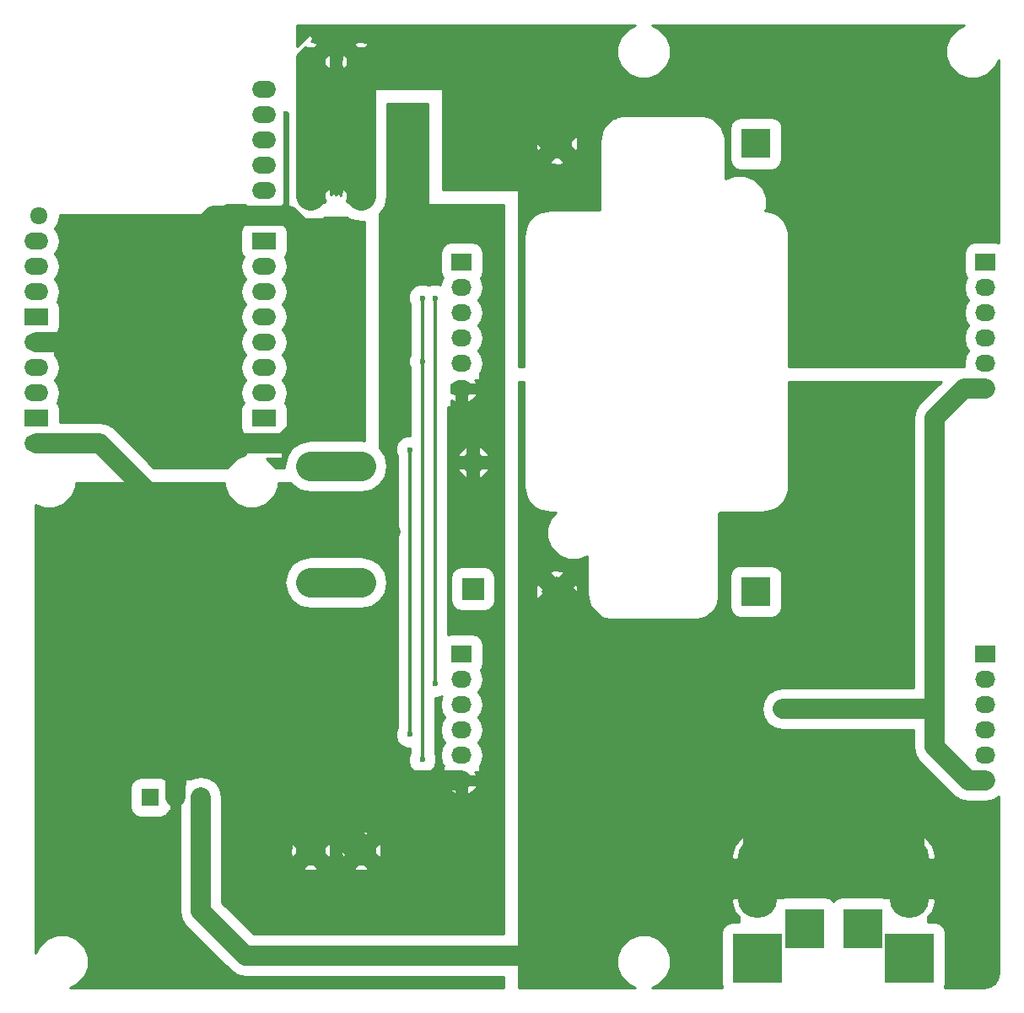
<source format=gbl>
G04 #@! TF.FileFunction,Copper,L2,Bot,Signal*
%FSLAX46Y46*%
G04 Gerber Fmt 4.6, Leading zero omitted, Abs format (unit mm)*
G04 Created by KiCad (PCBNEW 4.0.4-stable) date 12/14/17 11:03:47*
%MOMM*%
%LPD*%
G01*
G04 APERTURE LIST*
%ADD10C,0.250000*%
%ADD11R,2.400000X1.700000*%
%ADD12O,2.400000X1.700000*%
%ADD13O,1.800000X1.700000*%
%ADD14C,3.000000*%
%ADD15R,3.000000X3.000000*%
%ADD16R,2.200000X2.200000*%
%ADD17O,2.200000X2.200000*%
%ADD18O,4.000000X8.000000*%
%ADD19R,5.000000X5.000000*%
%ADD20R,4.000000X4.000000*%
%ADD21O,2.032000X1.727200*%
%ADD22R,2.032000X1.727200*%
%ADD23C,2.800000*%
%ADD24R,1.800000X1.800000*%
%ADD25O,1.800000X1.800000*%
%ADD26C,0.600000*%
%ADD27C,2.000000*%
%ADD28C,3.000000*%
%ADD29C,0.900000*%
%ADD30C,0.300000*%
%ADD31C,0.600000*%
%ADD32C,0.254000*%
G04 APERTURE END LIST*
D10*
D11*
X97790000Y-104140000D03*
D12*
X97790000Y-101600000D03*
X97790000Y-99060000D03*
X97790000Y-96520000D03*
X97790000Y-93980000D03*
D13*
X75180000Y-83820000D03*
D12*
X97790000Y-91440000D03*
X74930000Y-86360000D03*
X97790000Y-88900000D03*
X74930000Y-88900000D03*
D11*
X97790000Y-86360000D03*
D12*
X74930000Y-91440000D03*
X97790000Y-83820000D03*
D11*
X74930000Y-93980000D03*
D12*
X97790000Y-81280000D03*
X74930000Y-96520000D03*
X97790000Y-78740000D03*
X74930000Y-99060000D03*
X97790000Y-76200000D03*
X74930000Y-101600000D03*
X97790000Y-73660000D03*
D11*
X74930000Y-104140000D03*
D12*
X97790000Y-71120000D03*
X74930000Y-106680000D03*
X97790000Y-106680000D03*
D14*
X127160000Y-121560000D03*
D15*
X147160000Y-121560000D03*
X147160000Y-76560000D03*
D14*
X127160000Y-76560000D03*
D16*
X118745000Y-121285000D03*
D17*
X118745000Y-108585000D03*
D18*
X162560000Y-150400000D03*
D19*
X162560000Y-158400000D03*
D20*
X157860000Y-155400000D03*
D21*
X117625000Y-101175000D03*
X117625000Y-98635000D03*
X117625000Y-96095000D03*
X117625000Y-93555000D03*
X117625000Y-91015000D03*
D22*
X117625000Y-88475000D03*
D23*
X102455980Y-68336160D03*
X107535980Y-68336160D03*
X102453440Y-81798160D03*
X107533440Y-81798160D03*
X102453440Y-108976160D03*
X107533440Y-108976160D03*
X102453440Y-120660160D03*
X107533440Y-120660160D03*
X102453440Y-147584160D03*
X107533440Y-147584160D03*
D21*
X117625000Y-140550000D03*
X117625000Y-138010000D03*
X117625000Y-135470000D03*
X117625000Y-132930000D03*
X117625000Y-130390000D03*
D22*
X117625000Y-127850000D03*
D21*
X170200000Y-101175000D03*
X170200000Y-98635000D03*
X170200000Y-96095000D03*
X170200000Y-93555000D03*
X170200000Y-91015000D03*
D22*
X170200000Y-88475000D03*
D21*
X170200000Y-140525000D03*
X170200000Y-137985000D03*
X170200000Y-135445000D03*
X170200000Y-132905000D03*
X170200000Y-130365000D03*
D22*
X170200000Y-127825000D03*
D24*
X86360000Y-142240000D03*
D25*
X88900000Y-142240000D03*
X91440000Y-142240000D03*
D18*
X147320000Y-150400000D03*
D19*
X147320000Y-158400000D03*
D20*
X152020000Y-155400000D03*
D26*
X149860000Y-133350000D03*
X110490000Y-115570000D03*
X110490000Y-73406000D03*
X110490000Y-100076000D03*
X110490000Y-93726000D03*
X110490000Y-87376000D03*
X113665000Y-98425000D03*
X113665000Y-138430000D03*
X113665000Y-92075000D03*
X114935000Y-130810000D03*
X114935000Y-92075000D03*
X106934000Y-86614000D03*
X102870000Y-98679000D03*
X102870000Y-92202000D03*
X99949000Y-73533000D03*
X112395000Y-135890000D03*
X112395000Y-107315000D03*
D27*
X149860000Y-133350000D02*
X165100000Y-133350000D01*
X170200000Y-101175000D02*
X168065000Y-101175000D01*
X168065000Y-101175000D02*
X165100000Y-104140000D01*
X165100000Y-104140000D02*
X165100000Y-133350000D01*
X168465000Y-140525000D02*
X170200000Y-140525000D01*
X165100000Y-133350000D02*
X165100000Y-137160000D01*
X165100000Y-137160000D02*
X168465000Y-140525000D01*
D28*
X98742500Y-140652500D02*
X100601780Y-140652500D01*
X100601780Y-140652500D02*
X107533440Y-147584160D01*
X102453440Y-147584160D02*
X102453440Y-144363440D01*
X102453440Y-144363440D02*
X98742500Y-140652500D01*
X98742500Y-140652500D02*
X88900000Y-130810000D01*
D27*
X117625000Y-140550000D02*
X98640000Y-140550000D01*
X98640000Y-140550000D02*
X88900000Y-130810000D01*
X88900000Y-116840000D02*
X88900000Y-114300000D01*
X88900000Y-142240000D02*
X88900000Y-130810000D01*
X88900000Y-130810000D02*
X88900000Y-116840000D01*
X88900000Y-116840000D02*
X90170000Y-115570000D01*
X110490000Y-115570000D02*
X90170000Y-115570000D01*
X81280000Y-106680000D02*
X74930000Y-106680000D01*
X88900000Y-114300000D02*
X81280000Y-106680000D01*
X90170000Y-115570000D02*
X88900000Y-114300000D01*
D29*
X110490000Y-104140000D02*
X110490000Y-115570000D01*
X110490000Y-104140000D02*
X110490000Y-100076000D01*
X110490000Y-100076000D02*
X110490000Y-93726000D01*
X110490000Y-93726000D02*
X110490000Y-87376000D01*
X110490000Y-87376000D02*
X110490000Y-73406000D01*
D28*
X102453440Y-108976160D02*
X107533440Y-108976160D01*
X102453440Y-120660160D02*
X107533440Y-120660160D01*
D29*
X107533440Y-108976160D02*
X107706160Y-108976160D01*
D27*
X127160000Y-121560000D02*
X127160000Y-155415000D01*
X91440000Y-153670000D02*
X91440000Y-142240000D01*
X95885000Y-158115000D02*
X91440000Y-153670000D01*
X124460000Y-158115000D02*
X95885000Y-158115000D01*
X127160000Y-155415000D02*
X124460000Y-158115000D01*
D28*
X152400000Y-139700000D02*
X152400000Y-144780000D01*
X162560000Y-152400000D02*
X162560000Y-149860000D01*
X162560000Y-149860000D02*
X157480000Y-144780000D01*
X157480000Y-144780000D02*
X152400000Y-144780000D01*
X152400000Y-144780000D02*
X147320000Y-149860000D01*
X147320000Y-149860000D02*
X147320000Y-152400000D01*
X147320000Y-152400000D02*
X147320000Y-139700000D01*
X162560000Y-152400000D02*
X162560000Y-144780000D01*
X162560000Y-144780000D02*
X157480000Y-139700000D01*
X157480000Y-139700000D02*
X152400000Y-139700000D01*
X152400000Y-139700000D02*
X147320000Y-139700000D01*
X145300000Y-139700000D02*
X127160000Y-121560000D01*
X147320000Y-139700000D02*
X145300000Y-139700000D01*
X118962500Y-68362500D02*
X124242500Y-68362500D01*
X127000000Y-71120000D02*
X127000000Y-76400000D01*
X124242500Y-68362500D02*
X127000000Y-71120000D01*
X127000000Y-76400000D02*
X127160000Y-76560000D01*
X127160000Y-76560000D02*
X118962500Y-68362500D01*
X118962500Y-68362500D02*
X118936160Y-68336160D01*
X118936160Y-68336160D02*
X107535980Y-68336160D01*
X107533440Y-81798160D02*
X107533440Y-68338700D01*
D27*
X107533440Y-68338700D02*
X107535980Y-68336160D01*
D28*
X102453440Y-81798160D02*
X102453440Y-68338700D01*
D27*
X102453440Y-68338700D02*
X102455980Y-68336160D01*
D30*
X113665000Y-92075000D02*
X113665000Y-98425000D01*
X113665000Y-98425000D02*
X113665000Y-138430000D01*
X114935000Y-92075000D02*
X114935000Y-130810000D01*
D27*
X80010000Y-96520000D02*
X90170000Y-106680000D01*
X90170000Y-106680000D02*
X97790000Y-106680000D01*
X74930000Y-96520000D02*
X80010000Y-96520000D01*
X92710000Y-83820000D02*
X97790000Y-83820000D01*
X80010000Y-96520000D02*
X92710000Y-83820000D01*
D30*
X105537000Y-86614000D02*
X105410000Y-86614000D01*
X105410000Y-86614000D02*
X105537000Y-86614000D01*
X106934000Y-86614000D02*
X105410000Y-86614000D01*
D29*
X105410000Y-86614000D02*
X105410000Y-86360000D01*
D27*
X97790000Y-106680000D02*
X99695000Y-106680000D01*
X105410000Y-104140000D02*
X105410000Y-98679000D01*
X104140000Y-105410000D02*
X105410000Y-104140000D01*
X100965000Y-105410000D02*
X104140000Y-105410000D01*
X99695000Y-106680000D02*
X100965000Y-105410000D01*
D30*
X102870000Y-98679000D02*
X105410000Y-98679000D01*
X105410000Y-98679000D02*
X105283000Y-98679000D01*
X105283000Y-98679000D02*
X105410000Y-98679000D01*
X102870000Y-92202000D02*
X105410000Y-92202000D01*
X105410000Y-92202000D02*
X105283000Y-92202000D01*
X105283000Y-92202000D02*
X105410000Y-92202000D01*
D31*
X99949000Y-73533000D02*
X99949000Y-83820000D01*
D30*
X99949000Y-83820000D02*
X100076000Y-83820000D01*
X100076000Y-83820000D02*
X99949000Y-83820000D01*
D27*
X105410000Y-98679000D02*
X105410000Y-92202000D01*
X105410000Y-92202000D02*
X105410000Y-86614000D01*
D29*
X105410000Y-86360000D02*
X105283000Y-86233000D01*
X100330000Y-83820000D02*
X99949000Y-83820000D01*
D27*
X105283000Y-86233000D02*
X104140000Y-85090000D01*
X104140000Y-85090000D02*
X101600000Y-85090000D01*
X101600000Y-85090000D02*
X100330000Y-83820000D01*
X99949000Y-83820000D02*
X97790000Y-83820000D01*
D30*
X112395000Y-107315000D02*
X112395000Y-135890000D01*
D32*
G36*
X95916998Y-82970000D02*
X96284928Y-82970000D01*
X96109367Y-83178951D01*
X96190026Y-83395000D01*
X97190000Y-83395000D01*
X97190000Y-83216340D01*
X97394411Y-83257000D01*
X98185589Y-83257000D01*
X98390000Y-83216340D01*
X98390000Y-83395000D01*
X99389974Y-83395000D01*
X99470633Y-83178951D01*
X99295072Y-82970000D01*
X99663002Y-82970000D01*
X99663002Y-82677000D01*
X100001252Y-82677000D01*
X100026408Y-82803469D01*
X100595870Y-83655730D01*
X101448131Y-84225192D01*
X102453440Y-84425160D01*
X103458749Y-84225192D01*
X103875093Y-83947000D01*
X106111787Y-83947000D01*
X106528131Y-84225192D01*
X107533440Y-84425160D01*
X107823000Y-84367563D01*
X107823000Y-106406757D01*
X107533440Y-106349160D01*
X102453440Y-106349160D01*
X101448131Y-106549128D01*
X100595870Y-107118590D01*
X100026408Y-107970851D01*
X99826440Y-108976160D01*
X99849681Y-109093000D01*
X98893389Y-109093000D01*
X98833186Y-108947297D01*
X98066738Y-108179510D01*
X98012528Y-108157000D01*
X99663002Y-108157000D01*
X99663002Y-107530000D01*
X99295072Y-107530000D01*
X99470633Y-107321049D01*
X99389974Y-107105000D01*
X98390000Y-107105000D01*
X98390000Y-107530000D01*
X97190000Y-107530000D01*
X97190000Y-107105000D01*
X96190026Y-107105000D01*
X96109367Y-107321049D01*
X96284928Y-107530000D01*
X95916998Y-107530000D01*
X95916998Y-107788538D01*
X94977297Y-108176814D01*
X94209510Y-108943262D01*
X94147333Y-109093000D01*
X86701032Y-109093000D01*
X82784016Y-105175984D01*
X82093968Y-104714908D01*
X81280000Y-104553000D01*
X77279079Y-104553000D01*
X77279079Y-103290000D01*
X77200494Y-102872359D01*
X77007676Y-102572710D01*
X77152099Y-102356565D01*
X77302589Y-101600000D01*
X77152099Y-100843435D01*
X76809033Y-100330000D01*
X77152099Y-99816565D01*
X77302589Y-99060000D01*
X77152099Y-98303435D01*
X76803002Y-97780975D01*
X76803002Y-97370000D01*
X76435072Y-97370000D01*
X76610633Y-97161049D01*
X76529974Y-96945000D01*
X75530000Y-96945000D01*
X75530000Y-97123660D01*
X75325589Y-97083000D01*
X74862000Y-97083000D01*
X74862000Y-95979079D01*
X75530000Y-95979079D01*
X75530000Y-96095000D01*
X76529974Y-96095000D01*
X76610633Y-95878951D01*
X76600276Y-95866624D01*
X76931219Y-95653669D01*
X77188548Y-95277056D01*
X77279079Y-94830000D01*
X77279079Y-93130000D01*
X77200494Y-92712359D01*
X77007676Y-92412710D01*
X77152099Y-92196565D01*
X77302589Y-91440000D01*
X77152099Y-90683435D01*
X76809033Y-90170000D01*
X77152099Y-89656565D01*
X77302589Y-88900000D01*
X95417411Y-88900000D01*
X95567901Y-89656565D01*
X95910967Y-90170000D01*
X95567901Y-90683435D01*
X95417411Y-91440000D01*
X95567901Y-92196565D01*
X95910967Y-92710000D01*
X95567901Y-93223435D01*
X95417411Y-93980000D01*
X95567901Y-94736565D01*
X95910967Y-95250000D01*
X95567901Y-95763435D01*
X95417411Y-96520000D01*
X95567901Y-97276565D01*
X95910967Y-97790000D01*
X95567901Y-98303435D01*
X95417411Y-99060000D01*
X95567901Y-99816565D01*
X95910967Y-100330000D01*
X95567901Y-100843435D01*
X95417411Y-101600000D01*
X95567901Y-102356565D01*
X95714189Y-102575500D01*
X95531452Y-102842944D01*
X95440921Y-103290000D01*
X95440921Y-104990000D01*
X95519506Y-105407641D01*
X95766331Y-105791219D01*
X96116490Y-106030473D01*
X96109367Y-106038951D01*
X96190026Y-106255000D01*
X97190000Y-106255000D01*
X97190000Y-106139079D01*
X98390000Y-106139079D01*
X98390000Y-106255000D01*
X99389974Y-106255000D01*
X99470633Y-106038951D01*
X99460276Y-106026624D01*
X99791219Y-105813669D01*
X100048548Y-105437056D01*
X100139079Y-104990000D01*
X100139079Y-103290000D01*
X100060494Y-102872359D01*
X99867676Y-102572710D01*
X100012099Y-102356565D01*
X100162589Y-101600000D01*
X100012099Y-100843435D01*
X99669033Y-100330000D01*
X100012099Y-99816565D01*
X100162589Y-99060000D01*
X100012099Y-98303435D01*
X99669033Y-97790000D01*
X100012099Y-97276565D01*
X100162589Y-96520000D01*
X100012099Y-95763435D01*
X99669033Y-95250000D01*
X100012099Y-94736565D01*
X100162589Y-93980000D01*
X100012099Y-93223435D01*
X99669033Y-92710000D01*
X100012099Y-92196565D01*
X100162589Y-91440000D01*
X100012099Y-90683435D01*
X99669033Y-90170000D01*
X100012099Y-89656565D01*
X100162589Y-88900000D01*
X100012099Y-88143435D01*
X99865811Y-87924500D01*
X100048548Y-87657056D01*
X100139079Y-87210000D01*
X100139079Y-85510000D01*
X100060494Y-85092359D01*
X99813669Y-84708781D01*
X99463510Y-84469527D01*
X99470633Y-84461049D01*
X99389974Y-84245000D01*
X98390000Y-84245000D01*
X98390000Y-84360921D01*
X97190000Y-84360921D01*
X97190000Y-84245000D01*
X96190026Y-84245000D01*
X96109367Y-84461049D01*
X96119724Y-84473376D01*
X95788781Y-84686331D01*
X95531452Y-85062944D01*
X95440921Y-85510000D01*
X95440921Y-87210000D01*
X95519506Y-87627641D01*
X95712324Y-87927290D01*
X95567901Y-88143435D01*
X95417411Y-88900000D01*
X77302589Y-88900000D01*
X77152099Y-88143435D01*
X76809033Y-87630000D01*
X77152099Y-87116565D01*
X77302589Y-86360000D01*
X77152099Y-85603435D01*
X76809033Y-85090000D01*
X77152099Y-84576565D01*
X77302589Y-83820000D01*
X77289063Y-83752000D01*
X91440000Y-83752000D01*
X91556111Y-83728904D01*
X91674499Y-83728904D01*
X92646515Y-83535558D01*
X92973919Y-83399942D01*
X93079812Y-83356080D01*
X93903847Y-82805477D01*
X94032324Y-82677000D01*
X95916998Y-82677000D01*
X95916998Y-82970000D01*
X95916998Y-82970000D01*
G37*
X95916998Y-82970000D02*
X96284928Y-82970000D01*
X96109367Y-83178951D01*
X96190026Y-83395000D01*
X97190000Y-83395000D01*
X97190000Y-83216340D01*
X97394411Y-83257000D01*
X98185589Y-83257000D01*
X98390000Y-83216340D01*
X98390000Y-83395000D01*
X99389974Y-83395000D01*
X99470633Y-83178951D01*
X99295072Y-82970000D01*
X99663002Y-82970000D01*
X99663002Y-82677000D01*
X100001252Y-82677000D01*
X100026408Y-82803469D01*
X100595870Y-83655730D01*
X101448131Y-84225192D01*
X102453440Y-84425160D01*
X103458749Y-84225192D01*
X103875093Y-83947000D01*
X106111787Y-83947000D01*
X106528131Y-84225192D01*
X107533440Y-84425160D01*
X107823000Y-84367563D01*
X107823000Y-106406757D01*
X107533440Y-106349160D01*
X102453440Y-106349160D01*
X101448131Y-106549128D01*
X100595870Y-107118590D01*
X100026408Y-107970851D01*
X99826440Y-108976160D01*
X99849681Y-109093000D01*
X98893389Y-109093000D01*
X98833186Y-108947297D01*
X98066738Y-108179510D01*
X98012528Y-108157000D01*
X99663002Y-108157000D01*
X99663002Y-107530000D01*
X99295072Y-107530000D01*
X99470633Y-107321049D01*
X99389974Y-107105000D01*
X98390000Y-107105000D01*
X98390000Y-107530000D01*
X97190000Y-107530000D01*
X97190000Y-107105000D01*
X96190026Y-107105000D01*
X96109367Y-107321049D01*
X96284928Y-107530000D01*
X95916998Y-107530000D01*
X95916998Y-107788538D01*
X94977297Y-108176814D01*
X94209510Y-108943262D01*
X94147333Y-109093000D01*
X86701032Y-109093000D01*
X82784016Y-105175984D01*
X82093968Y-104714908D01*
X81280000Y-104553000D01*
X77279079Y-104553000D01*
X77279079Y-103290000D01*
X77200494Y-102872359D01*
X77007676Y-102572710D01*
X77152099Y-102356565D01*
X77302589Y-101600000D01*
X77152099Y-100843435D01*
X76809033Y-100330000D01*
X77152099Y-99816565D01*
X77302589Y-99060000D01*
X77152099Y-98303435D01*
X76803002Y-97780975D01*
X76803002Y-97370000D01*
X76435072Y-97370000D01*
X76610633Y-97161049D01*
X76529974Y-96945000D01*
X75530000Y-96945000D01*
X75530000Y-97123660D01*
X75325589Y-97083000D01*
X74862000Y-97083000D01*
X74862000Y-95979079D01*
X75530000Y-95979079D01*
X75530000Y-96095000D01*
X76529974Y-96095000D01*
X76610633Y-95878951D01*
X76600276Y-95866624D01*
X76931219Y-95653669D01*
X77188548Y-95277056D01*
X77279079Y-94830000D01*
X77279079Y-93130000D01*
X77200494Y-92712359D01*
X77007676Y-92412710D01*
X77152099Y-92196565D01*
X77302589Y-91440000D01*
X77152099Y-90683435D01*
X76809033Y-90170000D01*
X77152099Y-89656565D01*
X77302589Y-88900000D01*
X95417411Y-88900000D01*
X95567901Y-89656565D01*
X95910967Y-90170000D01*
X95567901Y-90683435D01*
X95417411Y-91440000D01*
X95567901Y-92196565D01*
X95910967Y-92710000D01*
X95567901Y-93223435D01*
X95417411Y-93980000D01*
X95567901Y-94736565D01*
X95910967Y-95250000D01*
X95567901Y-95763435D01*
X95417411Y-96520000D01*
X95567901Y-97276565D01*
X95910967Y-97790000D01*
X95567901Y-98303435D01*
X95417411Y-99060000D01*
X95567901Y-99816565D01*
X95910967Y-100330000D01*
X95567901Y-100843435D01*
X95417411Y-101600000D01*
X95567901Y-102356565D01*
X95714189Y-102575500D01*
X95531452Y-102842944D01*
X95440921Y-103290000D01*
X95440921Y-104990000D01*
X95519506Y-105407641D01*
X95766331Y-105791219D01*
X96116490Y-106030473D01*
X96109367Y-106038951D01*
X96190026Y-106255000D01*
X97190000Y-106255000D01*
X97190000Y-106139079D01*
X98390000Y-106139079D01*
X98390000Y-106255000D01*
X99389974Y-106255000D01*
X99470633Y-106038951D01*
X99460276Y-106026624D01*
X99791219Y-105813669D01*
X100048548Y-105437056D01*
X100139079Y-104990000D01*
X100139079Y-103290000D01*
X100060494Y-102872359D01*
X99867676Y-102572710D01*
X100012099Y-102356565D01*
X100162589Y-101600000D01*
X100012099Y-100843435D01*
X99669033Y-100330000D01*
X100012099Y-99816565D01*
X100162589Y-99060000D01*
X100012099Y-98303435D01*
X99669033Y-97790000D01*
X100012099Y-97276565D01*
X100162589Y-96520000D01*
X100012099Y-95763435D01*
X99669033Y-95250000D01*
X100012099Y-94736565D01*
X100162589Y-93980000D01*
X100012099Y-93223435D01*
X99669033Y-92710000D01*
X100012099Y-92196565D01*
X100162589Y-91440000D01*
X100012099Y-90683435D01*
X99669033Y-90170000D01*
X100012099Y-89656565D01*
X100162589Y-88900000D01*
X100012099Y-88143435D01*
X99865811Y-87924500D01*
X100048548Y-87657056D01*
X100139079Y-87210000D01*
X100139079Y-85510000D01*
X100060494Y-85092359D01*
X99813669Y-84708781D01*
X99463510Y-84469527D01*
X99470633Y-84461049D01*
X99389974Y-84245000D01*
X98390000Y-84245000D01*
X98390000Y-84360921D01*
X97190000Y-84360921D01*
X97190000Y-84245000D01*
X96190026Y-84245000D01*
X96109367Y-84461049D01*
X96119724Y-84473376D01*
X95788781Y-84686331D01*
X95531452Y-85062944D01*
X95440921Y-85510000D01*
X95440921Y-87210000D01*
X95519506Y-87627641D01*
X95712324Y-87927290D01*
X95567901Y-88143435D01*
X95417411Y-88900000D01*
X77302589Y-88900000D01*
X77152099Y-88143435D01*
X76809033Y-87630000D01*
X77152099Y-87116565D01*
X77302589Y-86360000D01*
X77152099Y-85603435D01*
X76809033Y-85090000D01*
X77152099Y-84576565D01*
X77302589Y-83820000D01*
X77289063Y-83752000D01*
X91440000Y-83752000D01*
X91556111Y-83728904D01*
X91674499Y-83728904D01*
X92646515Y-83535558D01*
X92973919Y-83399942D01*
X93079812Y-83356080D01*
X93903847Y-82805477D01*
X94032324Y-82677000D01*
X95916998Y-82677000D01*
X95916998Y-82970000D01*
G36*
X114173000Y-82550000D02*
X114183006Y-82599410D01*
X114211447Y-82641035D01*
X114253841Y-82668315D01*
X114300000Y-82677000D01*
X121793000Y-82677000D01*
X121793000Y-155988000D01*
X96766032Y-155988000D01*
X93567000Y-152788968D01*
X93567000Y-149335707D01*
X101691842Y-149335707D01*
X101876771Y-149568787D01*
X102680151Y-149638399D01*
X103030109Y-149568787D01*
X103215038Y-149335707D01*
X106771842Y-149335707D01*
X106956771Y-149568787D01*
X107760151Y-149638399D01*
X108110109Y-149568787D01*
X108295038Y-149335707D01*
X107533440Y-148574109D01*
X106771842Y-149335707D01*
X103215038Y-149335707D01*
X102453440Y-148574109D01*
X101691842Y-149335707D01*
X93567000Y-149335707D01*
X93567000Y-147810871D01*
X100399201Y-147810871D01*
X100468813Y-148160829D01*
X100701893Y-148345758D01*
X101463491Y-147584160D01*
X103443389Y-147584160D01*
X104204987Y-148345758D01*
X104438067Y-148160829D01*
X104468390Y-147810871D01*
X105479201Y-147810871D01*
X105548813Y-148160829D01*
X105781893Y-148345758D01*
X106543491Y-147584160D01*
X108523389Y-147584160D01*
X109284987Y-148345758D01*
X109518067Y-148160829D01*
X109587679Y-147357449D01*
X109518067Y-147007491D01*
X109284987Y-146822562D01*
X108523389Y-147584160D01*
X106543491Y-147584160D01*
X105781893Y-146822562D01*
X105548813Y-147007491D01*
X105479201Y-147810871D01*
X104468390Y-147810871D01*
X104507679Y-147357449D01*
X104438067Y-147007491D01*
X104204987Y-146822562D01*
X103443389Y-147584160D01*
X101463491Y-147584160D01*
X100701893Y-146822562D01*
X100468813Y-147007491D01*
X100399201Y-147810871D01*
X93567000Y-147810871D01*
X93567000Y-145832613D01*
X101691842Y-145832613D01*
X102453440Y-146594211D01*
X103215038Y-145832613D01*
X106771842Y-145832613D01*
X107533440Y-146594211D01*
X108295038Y-145832613D01*
X108110109Y-145599533D01*
X107306729Y-145529921D01*
X106956771Y-145599533D01*
X106771842Y-145832613D01*
X103215038Y-145832613D01*
X103030109Y-145599533D01*
X102226729Y-145529921D01*
X101876771Y-145599533D01*
X101691842Y-145832613D01*
X93567000Y-145832613D01*
X93567000Y-142240000D01*
X93405092Y-141426032D01*
X93253840Y-141199667D01*
X116131026Y-141199667D01*
X116422881Y-141582408D01*
X116897872Y-141905531D01*
X117117000Y-141821999D01*
X117117000Y-140981800D01*
X118133000Y-140981800D01*
X118133000Y-141821999D01*
X118352128Y-141905531D01*
X118827119Y-141582408D01*
X119118974Y-141199667D01*
X119039424Y-140981800D01*
X118133000Y-140981800D01*
X117117000Y-140981800D01*
X116210576Y-140981800D01*
X116131026Y-141199667D01*
X93253840Y-141199667D01*
X92944016Y-140735984D01*
X92253968Y-140274908D01*
X91440000Y-140113000D01*
X90626032Y-140274908D01*
X90427000Y-140407897D01*
X90427000Y-140366998D01*
X89800000Y-140366998D01*
X89800000Y-140939498D01*
X89754296Y-141007899D01*
X89572732Y-140869139D01*
X89350000Y-140937528D01*
X89350000Y-141790000D01*
X89402510Y-141790000D01*
X89313000Y-142240000D01*
X89313000Y-153670000D01*
X89474908Y-154483968D01*
X89935984Y-155174016D01*
X94380984Y-159619016D01*
X95071032Y-160080092D01*
X95885000Y-160242000D01*
X121793000Y-160242000D01*
X121793000Y-161358000D01*
X78299198Y-161358000D01*
X79012703Y-161063186D01*
X79780490Y-160296738D01*
X80196526Y-159294814D01*
X80197472Y-158209946D01*
X79783186Y-157207297D01*
X79016738Y-156439510D01*
X78014814Y-156023474D01*
X76929946Y-156022528D01*
X75927297Y-156436814D01*
X75159510Y-157203262D01*
X74862000Y-157919744D01*
X74862000Y-141340000D01*
X84310921Y-141340000D01*
X84310921Y-143140000D01*
X84389506Y-143557641D01*
X84636331Y-143941219D01*
X85012944Y-144198548D01*
X85460000Y-144289079D01*
X87260000Y-144289079D01*
X87677641Y-144210494D01*
X87829148Y-144113002D01*
X88000000Y-144113002D01*
X88000000Y-144003062D01*
X88061219Y-143963669D01*
X88318548Y-143587056D01*
X88319460Y-143582554D01*
X88450000Y-143542472D01*
X88450000Y-142690000D01*
X88409079Y-142690000D01*
X88409079Y-141790000D01*
X88450000Y-141790000D01*
X88450000Y-140937528D01*
X88313233Y-140895534D01*
X88083669Y-140538781D01*
X88000000Y-140481612D01*
X88000000Y-140366998D01*
X87832257Y-140366998D01*
X87707056Y-140281452D01*
X87260000Y-140190921D01*
X85460000Y-140190921D01*
X85042359Y-140269506D01*
X84658781Y-140516331D01*
X84401452Y-140892944D01*
X84310921Y-141340000D01*
X74862000Y-141340000D01*
X74862000Y-120660160D01*
X99826440Y-120660160D01*
X100026408Y-121665469D01*
X100595870Y-122517730D01*
X101448131Y-123087192D01*
X102453440Y-123287160D01*
X107533440Y-123287160D01*
X108538749Y-123087192D01*
X109391010Y-122517730D01*
X109960472Y-121665469D01*
X110160440Y-120660160D01*
X109960472Y-119654851D01*
X109391010Y-118802590D01*
X108538749Y-118233128D01*
X107533440Y-118033160D01*
X102453440Y-118033160D01*
X101448131Y-118233128D01*
X100595870Y-118802590D01*
X100026408Y-119654851D01*
X99826440Y-120660160D01*
X74862000Y-120660160D01*
X74862000Y-112887166D01*
X75655186Y-113216526D01*
X76740054Y-113217472D01*
X77742703Y-112803186D01*
X78510490Y-112036738D01*
X78926526Y-111034814D01*
X78926890Y-110617000D01*
X93792888Y-110617000D01*
X93792528Y-111030054D01*
X94206814Y-112032703D01*
X94973262Y-112800490D01*
X95975186Y-113216526D01*
X97060054Y-113217472D01*
X98062703Y-112803186D01*
X98830490Y-112036738D01*
X99246526Y-111034814D01*
X99246890Y-110617000D01*
X100451056Y-110617000D01*
X100595870Y-110833730D01*
X101448131Y-111403192D01*
X102453440Y-111603160D01*
X107533440Y-111603160D01*
X108538749Y-111403192D01*
X109391010Y-110833730D01*
X109960472Y-109981469D01*
X110160440Y-108976160D01*
X109960472Y-107970851D01*
X109711076Y-107597603D01*
X110967752Y-107597603D01*
X111118000Y-107961229D01*
X111118000Y-135244263D01*
X110968248Y-135604907D01*
X110967752Y-136172603D01*
X111184543Y-136697275D01*
X111585614Y-137099047D01*
X112109907Y-137316752D01*
X112388000Y-137316995D01*
X112388000Y-137784263D01*
X112238248Y-138144907D01*
X112237752Y-138712603D01*
X112454543Y-139237275D01*
X112855614Y-139639047D01*
X113379907Y-139856752D01*
X113947603Y-139857248D01*
X114472275Y-139640457D01*
X114874047Y-139239386D01*
X115091752Y-138715093D01*
X115092248Y-138147397D01*
X114942000Y-137783771D01*
X114942000Y-132237007D01*
X115217603Y-132237248D01*
X115670450Y-132050135D01*
X115591541Y-132168230D01*
X115440016Y-132930000D01*
X115591541Y-133691770D01*
X115931130Y-134200000D01*
X115591541Y-134708230D01*
X115440016Y-135470000D01*
X115591541Y-136231770D01*
X115931130Y-136740000D01*
X115591541Y-137248230D01*
X115440016Y-138010000D01*
X115591541Y-138771770D01*
X115783729Y-139059400D01*
X115751998Y-139059400D01*
X115751998Y-139686400D01*
X116294158Y-139686400D01*
X116131026Y-139900333D01*
X116210576Y-140118200D01*
X117117000Y-140118200D01*
X117117000Y-139938218D01*
X117430616Y-140000600D01*
X117819384Y-140000600D01*
X118133000Y-139938218D01*
X118133000Y-140118200D01*
X119039424Y-140118200D01*
X119118974Y-139900333D01*
X118955842Y-139686400D01*
X119498002Y-139686400D01*
X119498002Y-139059400D01*
X119466271Y-139059400D01*
X119658459Y-138771770D01*
X119809984Y-138010000D01*
X119658459Y-137248230D01*
X119318870Y-136740000D01*
X119658459Y-136231770D01*
X119809984Y-135470000D01*
X119658459Y-134708230D01*
X119318870Y-134200000D01*
X119658459Y-133691770D01*
X119809984Y-132930000D01*
X119658459Y-132168230D01*
X119318870Y-131660000D01*
X119658459Y-131151770D01*
X119809984Y-130390000D01*
X119658459Y-129628230D01*
X119520818Y-129422236D01*
X119699548Y-129160656D01*
X119790079Y-128713600D01*
X119790079Y-126986400D01*
X119711494Y-126568759D01*
X119464669Y-126185181D01*
X119088056Y-125927852D01*
X118641000Y-125837321D01*
X116609000Y-125837321D01*
X116212000Y-125912022D01*
X116212000Y-120185000D01*
X116495921Y-120185000D01*
X116495921Y-122385000D01*
X116574506Y-122802641D01*
X116821331Y-123186219D01*
X117197944Y-123443548D01*
X117645000Y-123534079D01*
X119845000Y-123534079D01*
X120262641Y-123455494D01*
X120646219Y-123208669D01*
X120903548Y-122832056D01*
X120994079Y-122385000D01*
X120994079Y-120185000D01*
X120915494Y-119767359D01*
X120668669Y-119383781D01*
X120292056Y-119126452D01*
X119845000Y-119035921D01*
X117645000Y-119035921D01*
X117227359Y-119114506D01*
X116843781Y-119361331D01*
X116586452Y-119737944D01*
X116495921Y-120185000D01*
X116212000Y-120185000D01*
X116212000Y-109384330D01*
X117214078Y-109384330D01*
X117636503Y-109909343D01*
X117945676Y-110115885D01*
X118195000Y-110055777D01*
X118195000Y-109135000D01*
X119295000Y-109135000D01*
X119295000Y-110055777D01*
X119544324Y-110115885D01*
X119853497Y-109909343D01*
X120275922Y-109384330D01*
X120225367Y-109135000D01*
X119295000Y-109135000D01*
X118195000Y-109135000D01*
X117264633Y-109135000D01*
X117214078Y-109384330D01*
X116212000Y-109384330D01*
X116212000Y-107785670D01*
X117214078Y-107785670D01*
X117264633Y-108035000D01*
X118195000Y-108035000D01*
X118195000Y-107114223D01*
X119295000Y-107114223D01*
X119295000Y-108035000D01*
X120225367Y-108035000D01*
X120275922Y-107785670D01*
X119853497Y-107260657D01*
X119544324Y-107054115D01*
X119295000Y-107114223D01*
X118195000Y-107114223D01*
X117945676Y-107054115D01*
X117636503Y-107260657D01*
X117214078Y-107785670D01*
X116212000Y-107785670D01*
X116212000Y-103048002D01*
X116609000Y-103048002D01*
X116609000Y-102334020D01*
X116897872Y-102530531D01*
X117117000Y-102446999D01*
X117117000Y-101606800D01*
X118133000Y-101606800D01*
X118133000Y-102446999D01*
X118352128Y-102530531D01*
X118827119Y-102207408D01*
X119118974Y-101824667D01*
X119039424Y-101606800D01*
X118133000Y-101606800D01*
X117117000Y-101606800D01*
X116609000Y-101606800D01*
X116609000Y-100743200D01*
X117117000Y-100743200D01*
X117117000Y-100563218D01*
X117430616Y-100625600D01*
X117819384Y-100625600D01*
X118133000Y-100563218D01*
X118133000Y-100743200D01*
X119039424Y-100743200D01*
X119118974Y-100525333D01*
X118955842Y-100311400D01*
X119498002Y-100311400D01*
X119498002Y-99684400D01*
X119466271Y-99684400D01*
X119658459Y-99396770D01*
X119809984Y-98635000D01*
X119658459Y-97873230D01*
X119318870Y-97365000D01*
X119658459Y-96856770D01*
X119809984Y-96095000D01*
X119658459Y-95333230D01*
X119318870Y-94825000D01*
X119658459Y-94316770D01*
X119809984Y-93555000D01*
X119658459Y-92793230D01*
X119318870Y-92285000D01*
X119658459Y-91776770D01*
X119809984Y-91015000D01*
X119658459Y-90253230D01*
X119520818Y-90047236D01*
X119699548Y-89785656D01*
X119790079Y-89338600D01*
X119790079Y-87611400D01*
X119711494Y-87193759D01*
X119464669Y-86810181D01*
X119088056Y-86552852D01*
X118641000Y-86462321D01*
X116609000Y-86462321D01*
X116191359Y-86540906D01*
X115807781Y-86787731D01*
X115550452Y-87164344D01*
X115459921Y-87611400D01*
X115459921Y-89338600D01*
X115538506Y-89756241D01*
X115727436Y-90049848D01*
X115591541Y-90253230D01*
X115490623Y-90760582D01*
X115220093Y-90648248D01*
X114652397Y-90647752D01*
X114299781Y-90793451D01*
X113950093Y-90648248D01*
X113382397Y-90647752D01*
X112857725Y-90864543D01*
X112455953Y-91265614D01*
X112238248Y-91789907D01*
X112237752Y-92357603D01*
X112388000Y-92721229D01*
X112388000Y-97779263D01*
X112238248Y-98139907D01*
X112237752Y-98707603D01*
X112388000Y-99071229D01*
X112388000Y-105887993D01*
X112112397Y-105887752D01*
X111587725Y-106104543D01*
X111185953Y-106505614D01*
X110968248Y-107029907D01*
X110967752Y-107597603D01*
X109711076Y-107597603D01*
X109391010Y-107118590D01*
X109347000Y-107089183D01*
X109347000Y-83685137D01*
X109391010Y-83655730D01*
X109960472Y-82803469D01*
X110160440Y-81798160D01*
X110160440Y-72517000D01*
X114173000Y-72517000D01*
X114173000Y-82550000D01*
X114173000Y-82550000D01*
G37*
X114173000Y-82550000D02*
X114183006Y-82599410D01*
X114211447Y-82641035D01*
X114253841Y-82668315D01*
X114300000Y-82677000D01*
X121793000Y-82677000D01*
X121793000Y-155988000D01*
X96766032Y-155988000D01*
X93567000Y-152788968D01*
X93567000Y-149335707D01*
X101691842Y-149335707D01*
X101876771Y-149568787D01*
X102680151Y-149638399D01*
X103030109Y-149568787D01*
X103215038Y-149335707D01*
X106771842Y-149335707D01*
X106956771Y-149568787D01*
X107760151Y-149638399D01*
X108110109Y-149568787D01*
X108295038Y-149335707D01*
X107533440Y-148574109D01*
X106771842Y-149335707D01*
X103215038Y-149335707D01*
X102453440Y-148574109D01*
X101691842Y-149335707D01*
X93567000Y-149335707D01*
X93567000Y-147810871D01*
X100399201Y-147810871D01*
X100468813Y-148160829D01*
X100701893Y-148345758D01*
X101463491Y-147584160D01*
X103443389Y-147584160D01*
X104204987Y-148345758D01*
X104438067Y-148160829D01*
X104468390Y-147810871D01*
X105479201Y-147810871D01*
X105548813Y-148160829D01*
X105781893Y-148345758D01*
X106543491Y-147584160D01*
X108523389Y-147584160D01*
X109284987Y-148345758D01*
X109518067Y-148160829D01*
X109587679Y-147357449D01*
X109518067Y-147007491D01*
X109284987Y-146822562D01*
X108523389Y-147584160D01*
X106543491Y-147584160D01*
X105781893Y-146822562D01*
X105548813Y-147007491D01*
X105479201Y-147810871D01*
X104468390Y-147810871D01*
X104507679Y-147357449D01*
X104438067Y-147007491D01*
X104204987Y-146822562D01*
X103443389Y-147584160D01*
X101463491Y-147584160D01*
X100701893Y-146822562D01*
X100468813Y-147007491D01*
X100399201Y-147810871D01*
X93567000Y-147810871D01*
X93567000Y-145832613D01*
X101691842Y-145832613D01*
X102453440Y-146594211D01*
X103215038Y-145832613D01*
X106771842Y-145832613D01*
X107533440Y-146594211D01*
X108295038Y-145832613D01*
X108110109Y-145599533D01*
X107306729Y-145529921D01*
X106956771Y-145599533D01*
X106771842Y-145832613D01*
X103215038Y-145832613D01*
X103030109Y-145599533D01*
X102226729Y-145529921D01*
X101876771Y-145599533D01*
X101691842Y-145832613D01*
X93567000Y-145832613D01*
X93567000Y-142240000D01*
X93405092Y-141426032D01*
X93253840Y-141199667D01*
X116131026Y-141199667D01*
X116422881Y-141582408D01*
X116897872Y-141905531D01*
X117117000Y-141821999D01*
X117117000Y-140981800D01*
X118133000Y-140981800D01*
X118133000Y-141821999D01*
X118352128Y-141905531D01*
X118827119Y-141582408D01*
X119118974Y-141199667D01*
X119039424Y-140981800D01*
X118133000Y-140981800D01*
X117117000Y-140981800D01*
X116210576Y-140981800D01*
X116131026Y-141199667D01*
X93253840Y-141199667D01*
X92944016Y-140735984D01*
X92253968Y-140274908D01*
X91440000Y-140113000D01*
X90626032Y-140274908D01*
X90427000Y-140407897D01*
X90427000Y-140366998D01*
X89800000Y-140366998D01*
X89800000Y-140939498D01*
X89754296Y-141007899D01*
X89572732Y-140869139D01*
X89350000Y-140937528D01*
X89350000Y-141790000D01*
X89402510Y-141790000D01*
X89313000Y-142240000D01*
X89313000Y-153670000D01*
X89474908Y-154483968D01*
X89935984Y-155174016D01*
X94380984Y-159619016D01*
X95071032Y-160080092D01*
X95885000Y-160242000D01*
X121793000Y-160242000D01*
X121793000Y-161358000D01*
X78299198Y-161358000D01*
X79012703Y-161063186D01*
X79780490Y-160296738D01*
X80196526Y-159294814D01*
X80197472Y-158209946D01*
X79783186Y-157207297D01*
X79016738Y-156439510D01*
X78014814Y-156023474D01*
X76929946Y-156022528D01*
X75927297Y-156436814D01*
X75159510Y-157203262D01*
X74862000Y-157919744D01*
X74862000Y-141340000D01*
X84310921Y-141340000D01*
X84310921Y-143140000D01*
X84389506Y-143557641D01*
X84636331Y-143941219D01*
X85012944Y-144198548D01*
X85460000Y-144289079D01*
X87260000Y-144289079D01*
X87677641Y-144210494D01*
X87829148Y-144113002D01*
X88000000Y-144113002D01*
X88000000Y-144003062D01*
X88061219Y-143963669D01*
X88318548Y-143587056D01*
X88319460Y-143582554D01*
X88450000Y-143542472D01*
X88450000Y-142690000D01*
X88409079Y-142690000D01*
X88409079Y-141790000D01*
X88450000Y-141790000D01*
X88450000Y-140937528D01*
X88313233Y-140895534D01*
X88083669Y-140538781D01*
X88000000Y-140481612D01*
X88000000Y-140366998D01*
X87832257Y-140366998D01*
X87707056Y-140281452D01*
X87260000Y-140190921D01*
X85460000Y-140190921D01*
X85042359Y-140269506D01*
X84658781Y-140516331D01*
X84401452Y-140892944D01*
X84310921Y-141340000D01*
X74862000Y-141340000D01*
X74862000Y-120660160D01*
X99826440Y-120660160D01*
X100026408Y-121665469D01*
X100595870Y-122517730D01*
X101448131Y-123087192D01*
X102453440Y-123287160D01*
X107533440Y-123287160D01*
X108538749Y-123087192D01*
X109391010Y-122517730D01*
X109960472Y-121665469D01*
X110160440Y-120660160D01*
X109960472Y-119654851D01*
X109391010Y-118802590D01*
X108538749Y-118233128D01*
X107533440Y-118033160D01*
X102453440Y-118033160D01*
X101448131Y-118233128D01*
X100595870Y-118802590D01*
X100026408Y-119654851D01*
X99826440Y-120660160D01*
X74862000Y-120660160D01*
X74862000Y-112887166D01*
X75655186Y-113216526D01*
X76740054Y-113217472D01*
X77742703Y-112803186D01*
X78510490Y-112036738D01*
X78926526Y-111034814D01*
X78926890Y-110617000D01*
X93792888Y-110617000D01*
X93792528Y-111030054D01*
X94206814Y-112032703D01*
X94973262Y-112800490D01*
X95975186Y-113216526D01*
X97060054Y-113217472D01*
X98062703Y-112803186D01*
X98830490Y-112036738D01*
X99246526Y-111034814D01*
X99246890Y-110617000D01*
X100451056Y-110617000D01*
X100595870Y-110833730D01*
X101448131Y-111403192D01*
X102453440Y-111603160D01*
X107533440Y-111603160D01*
X108538749Y-111403192D01*
X109391010Y-110833730D01*
X109960472Y-109981469D01*
X110160440Y-108976160D01*
X109960472Y-107970851D01*
X109711076Y-107597603D01*
X110967752Y-107597603D01*
X111118000Y-107961229D01*
X111118000Y-135244263D01*
X110968248Y-135604907D01*
X110967752Y-136172603D01*
X111184543Y-136697275D01*
X111585614Y-137099047D01*
X112109907Y-137316752D01*
X112388000Y-137316995D01*
X112388000Y-137784263D01*
X112238248Y-138144907D01*
X112237752Y-138712603D01*
X112454543Y-139237275D01*
X112855614Y-139639047D01*
X113379907Y-139856752D01*
X113947603Y-139857248D01*
X114472275Y-139640457D01*
X114874047Y-139239386D01*
X115091752Y-138715093D01*
X115092248Y-138147397D01*
X114942000Y-137783771D01*
X114942000Y-132237007D01*
X115217603Y-132237248D01*
X115670450Y-132050135D01*
X115591541Y-132168230D01*
X115440016Y-132930000D01*
X115591541Y-133691770D01*
X115931130Y-134200000D01*
X115591541Y-134708230D01*
X115440016Y-135470000D01*
X115591541Y-136231770D01*
X115931130Y-136740000D01*
X115591541Y-137248230D01*
X115440016Y-138010000D01*
X115591541Y-138771770D01*
X115783729Y-139059400D01*
X115751998Y-139059400D01*
X115751998Y-139686400D01*
X116294158Y-139686400D01*
X116131026Y-139900333D01*
X116210576Y-140118200D01*
X117117000Y-140118200D01*
X117117000Y-139938218D01*
X117430616Y-140000600D01*
X117819384Y-140000600D01*
X118133000Y-139938218D01*
X118133000Y-140118200D01*
X119039424Y-140118200D01*
X119118974Y-139900333D01*
X118955842Y-139686400D01*
X119498002Y-139686400D01*
X119498002Y-139059400D01*
X119466271Y-139059400D01*
X119658459Y-138771770D01*
X119809984Y-138010000D01*
X119658459Y-137248230D01*
X119318870Y-136740000D01*
X119658459Y-136231770D01*
X119809984Y-135470000D01*
X119658459Y-134708230D01*
X119318870Y-134200000D01*
X119658459Y-133691770D01*
X119809984Y-132930000D01*
X119658459Y-132168230D01*
X119318870Y-131660000D01*
X119658459Y-131151770D01*
X119809984Y-130390000D01*
X119658459Y-129628230D01*
X119520818Y-129422236D01*
X119699548Y-129160656D01*
X119790079Y-128713600D01*
X119790079Y-126986400D01*
X119711494Y-126568759D01*
X119464669Y-126185181D01*
X119088056Y-125927852D01*
X118641000Y-125837321D01*
X116609000Y-125837321D01*
X116212000Y-125912022D01*
X116212000Y-120185000D01*
X116495921Y-120185000D01*
X116495921Y-122385000D01*
X116574506Y-122802641D01*
X116821331Y-123186219D01*
X117197944Y-123443548D01*
X117645000Y-123534079D01*
X119845000Y-123534079D01*
X120262641Y-123455494D01*
X120646219Y-123208669D01*
X120903548Y-122832056D01*
X120994079Y-122385000D01*
X120994079Y-120185000D01*
X120915494Y-119767359D01*
X120668669Y-119383781D01*
X120292056Y-119126452D01*
X119845000Y-119035921D01*
X117645000Y-119035921D01*
X117227359Y-119114506D01*
X116843781Y-119361331D01*
X116586452Y-119737944D01*
X116495921Y-120185000D01*
X116212000Y-120185000D01*
X116212000Y-109384330D01*
X117214078Y-109384330D01*
X117636503Y-109909343D01*
X117945676Y-110115885D01*
X118195000Y-110055777D01*
X118195000Y-109135000D01*
X119295000Y-109135000D01*
X119295000Y-110055777D01*
X119544324Y-110115885D01*
X119853497Y-109909343D01*
X120275922Y-109384330D01*
X120225367Y-109135000D01*
X119295000Y-109135000D01*
X118195000Y-109135000D01*
X117264633Y-109135000D01*
X117214078Y-109384330D01*
X116212000Y-109384330D01*
X116212000Y-107785670D01*
X117214078Y-107785670D01*
X117264633Y-108035000D01*
X118195000Y-108035000D01*
X118195000Y-107114223D01*
X119295000Y-107114223D01*
X119295000Y-108035000D01*
X120225367Y-108035000D01*
X120275922Y-107785670D01*
X119853497Y-107260657D01*
X119544324Y-107054115D01*
X119295000Y-107114223D01*
X118195000Y-107114223D01*
X117945676Y-107054115D01*
X117636503Y-107260657D01*
X117214078Y-107785670D01*
X116212000Y-107785670D01*
X116212000Y-103048002D01*
X116609000Y-103048002D01*
X116609000Y-102334020D01*
X116897872Y-102530531D01*
X117117000Y-102446999D01*
X117117000Y-101606800D01*
X118133000Y-101606800D01*
X118133000Y-102446999D01*
X118352128Y-102530531D01*
X118827119Y-102207408D01*
X119118974Y-101824667D01*
X119039424Y-101606800D01*
X118133000Y-101606800D01*
X117117000Y-101606800D01*
X116609000Y-101606800D01*
X116609000Y-100743200D01*
X117117000Y-100743200D01*
X117117000Y-100563218D01*
X117430616Y-100625600D01*
X117819384Y-100625600D01*
X118133000Y-100563218D01*
X118133000Y-100743200D01*
X119039424Y-100743200D01*
X119118974Y-100525333D01*
X118955842Y-100311400D01*
X119498002Y-100311400D01*
X119498002Y-99684400D01*
X119466271Y-99684400D01*
X119658459Y-99396770D01*
X119809984Y-98635000D01*
X119658459Y-97873230D01*
X119318870Y-97365000D01*
X119658459Y-96856770D01*
X119809984Y-96095000D01*
X119658459Y-95333230D01*
X119318870Y-94825000D01*
X119658459Y-94316770D01*
X119809984Y-93555000D01*
X119658459Y-92793230D01*
X119318870Y-92285000D01*
X119658459Y-91776770D01*
X119809984Y-91015000D01*
X119658459Y-90253230D01*
X119520818Y-90047236D01*
X119699548Y-89785656D01*
X119790079Y-89338600D01*
X119790079Y-87611400D01*
X119711494Y-87193759D01*
X119464669Y-86810181D01*
X119088056Y-86552852D01*
X118641000Y-86462321D01*
X116609000Y-86462321D01*
X116191359Y-86540906D01*
X115807781Y-86787731D01*
X115550452Y-87164344D01*
X115459921Y-87611400D01*
X115459921Y-89338600D01*
X115538506Y-89756241D01*
X115727436Y-90049848D01*
X115591541Y-90253230D01*
X115490623Y-90760582D01*
X115220093Y-90648248D01*
X114652397Y-90647752D01*
X114299781Y-90793451D01*
X113950093Y-90648248D01*
X113382397Y-90647752D01*
X112857725Y-90864543D01*
X112455953Y-91265614D01*
X112238248Y-91789907D01*
X112237752Y-92357603D01*
X112388000Y-92721229D01*
X112388000Y-97779263D01*
X112238248Y-98139907D01*
X112237752Y-98707603D01*
X112388000Y-99071229D01*
X112388000Y-105887993D01*
X112112397Y-105887752D01*
X111587725Y-106104543D01*
X111185953Y-106505614D01*
X110968248Y-107029907D01*
X110967752Y-107597603D01*
X109711076Y-107597603D01*
X109391010Y-107118590D01*
X109347000Y-107089183D01*
X109347000Y-83685137D01*
X109391010Y-83655730D01*
X109960472Y-82803469D01*
X110160440Y-81798160D01*
X110160440Y-72517000D01*
X114173000Y-72517000D01*
X114173000Y-82550000D01*
G36*
X123893000Y-111125000D02*
X123916096Y-111241111D01*
X123916096Y-111359499D01*
X124012769Y-111845506D01*
X124192246Y-112278802D01*
X124467547Y-112690820D01*
X124467548Y-112690821D01*
X124467549Y-112690823D01*
X124799177Y-113022451D01*
X124799179Y-113022452D01*
X124799180Y-113022453D01*
X125211197Y-113297754D01*
X125390674Y-113372095D01*
X125644493Y-113477231D01*
X126130501Y-113573904D01*
X126248889Y-113573904D01*
X126365000Y-113597000D01*
X127036656Y-113597000D01*
X126529510Y-114103262D01*
X126113474Y-115105186D01*
X126112528Y-116190054D01*
X126526814Y-117192703D01*
X127293262Y-117960490D01*
X128295186Y-118376526D01*
X129380054Y-118377472D01*
X130243000Y-118020910D01*
X130243000Y-121920000D01*
X130266096Y-122036111D01*
X130266096Y-122154499D01*
X130362769Y-122640506D01*
X130542246Y-123073802D01*
X130817547Y-123485820D01*
X130817548Y-123485821D01*
X130817549Y-123485823D01*
X131149177Y-123817451D01*
X131149179Y-123817452D01*
X131149180Y-123817453D01*
X131561197Y-124092754D01*
X131740674Y-124167095D01*
X131994493Y-124272231D01*
X132480501Y-124368904D01*
X132598889Y-124368904D01*
X132715000Y-124392000D01*
X140970000Y-124392000D01*
X141086111Y-124368904D01*
X141204499Y-124368904D01*
X141690506Y-124272231D01*
X142123802Y-124092754D01*
X142535820Y-123817453D01*
X142535821Y-123817452D01*
X142535823Y-123817451D01*
X142867451Y-123485823D01*
X142867452Y-123485821D01*
X142867453Y-123485820D01*
X143142754Y-123073803D01*
X143217095Y-122894326D01*
X143322231Y-122640507D01*
X143418904Y-122154499D01*
X143418904Y-122036111D01*
X143442000Y-121920000D01*
X143442000Y-120060000D01*
X144510921Y-120060000D01*
X144510921Y-123060000D01*
X144589506Y-123477641D01*
X144836331Y-123861219D01*
X145212944Y-124118548D01*
X145660000Y-124209079D01*
X148660000Y-124209079D01*
X149077641Y-124130494D01*
X149461219Y-123883669D01*
X149718548Y-123507056D01*
X149809079Y-123060000D01*
X149809079Y-120060000D01*
X149730494Y-119642359D01*
X149483669Y-119258781D01*
X149107056Y-119001452D01*
X148660000Y-118910921D01*
X145660000Y-118910921D01*
X145242359Y-118989506D01*
X144858781Y-119236331D01*
X144601452Y-119612944D01*
X144510921Y-120060000D01*
X143442000Y-120060000D01*
X143442000Y-113783388D01*
X143468933Y-113647988D01*
X143478568Y-113633567D01*
X143492987Y-113623933D01*
X143628387Y-113597000D01*
X147955000Y-113597000D01*
X148071111Y-113573904D01*
X148189499Y-113573904D01*
X148675506Y-113477231D01*
X149108802Y-113297754D01*
X149520820Y-113022453D01*
X149520821Y-113022452D01*
X149520823Y-113022451D01*
X149852451Y-112690823D01*
X149852452Y-112690821D01*
X149852453Y-112690820D01*
X150127754Y-112278803D01*
X150202157Y-112099177D01*
X150307231Y-111845507D01*
X150403904Y-111359499D01*
X150403904Y-111241111D01*
X150427000Y-111125000D01*
X150427000Y-100457000D01*
X165774968Y-100457000D01*
X163595984Y-102635984D01*
X163134908Y-103326032D01*
X162973000Y-104140000D01*
X162973000Y-131223000D01*
X149860000Y-131223000D01*
X149046032Y-131384908D01*
X148355984Y-131845984D01*
X147894908Y-132536032D01*
X147733000Y-133350000D01*
X147894908Y-134163968D01*
X148355984Y-134854016D01*
X149046032Y-135315092D01*
X149860000Y-135477000D01*
X162973000Y-135477000D01*
X162973000Y-137160000D01*
X163134908Y-137973968D01*
X163595984Y-138664016D01*
X166960984Y-142029016D01*
X167651032Y-142490092D01*
X168465000Y-142652000D01*
X170200000Y-142652000D01*
X171013968Y-142490092D01*
X171518000Y-142153308D01*
X171518000Y-159901612D01*
X171394395Y-160523019D01*
X171109457Y-160949457D01*
X170683019Y-161234395D01*
X170061613Y-161358000D01*
X166111070Y-161358000D01*
X166118548Y-161347056D01*
X166209079Y-160900000D01*
X166209079Y-155900000D01*
X166130494Y-155482359D01*
X165883669Y-155098781D01*
X165507056Y-154841452D01*
X165060000Y-154750921D01*
X164433002Y-154750921D01*
X164433002Y-154249126D01*
X164904514Y-153687770D01*
X165218857Y-152692538D01*
X165075135Y-152273000D01*
X163560000Y-152273000D01*
X163560000Y-152293000D01*
X161560000Y-152293000D01*
X161560000Y-152273000D01*
X160044865Y-152273000D01*
X160039945Y-152287361D01*
X159860000Y-152250921D01*
X155860000Y-152250921D01*
X155442359Y-152329506D01*
X155058781Y-152576331D01*
X154940560Y-152749354D01*
X154843669Y-152598781D01*
X154467056Y-152341452D01*
X154020000Y-152250921D01*
X150020000Y-152250921D01*
X149839224Y-152284937D01*
X149835135Y-152273000D01*
X148320000Y-152273000D01*
X148320000Y-152293000D01*
X146320000Y-152293000D01*
X146320000Y-152273000D01*
X144804865Y-152273000D01*
X144661143Y-152692538D01*
X144975486Y-153687770D01*
X145446998Y-154249126D01*
X145446998Y-154750921D01*
X144820000Y-154750921D01*
X144402359Y-154829506D01*
X144018781Y-155076331D01*
X143761452Y-155452944D01*
X143670921Y-155900000D01*
X143670921Y-160900000D01*
X143749506Y-161317641D01*
X143775476Y-161358000D01*
X136719198Y-161358000D01*
X137432703Y-161063186D01*
X138200490Y-160296738D01*
X138616526Y-159294814D01*
X138617472Y-158209946D01*
X138203186Y-157207297D01*
X137436738Y-156439510D01*
X136434814Y-156023474D01*
X135349946Y-156022528D01*
X134347297Y-156436814D01*
X133579510Y-157203262D01*
X133163474Y-158205186D01*
X133162528Y-159290054D01*
X133576814Y-160292703D01*
X134343262Y-161060490D01*
X135059744Y-161358000D01*
X123317000Y-161358000D01*
X123317000Y-148107462D01*
X144661143Y-148107462D01*
X144804865Y-148527000D01*
X146320000Y-148527000D01*
X148320000Y-148527000D01*
X149835135Y-148527000D01*
X149978857Y-148107462D01*
X159901143Y-148107462D01*
X160044865Y-148527000D01*
X161560000Y-148527000D01*
X163560000Y-148527000D01*
X165075135Y-148527000D01*
X165218857Y-148107462D01*
X164904514Y-147112230D01*
X164233240Y-146313049D01*
X163927703Y-146157118D01*
X163560000Y-146141209D01*
X163560000Y-148527000D01*
X161560000Y-148527000D01*
X161560000Y-146141209D01*
X161192297Y-146157118D01*
X160886760Y-146313049D01*
X160215486Y-147112230D01*
X159901143Y-148107462D01*
X149978857Y-148107462D01*
X149664514Y-147112230D01*
X148993240Y-146313049D01*
X148687703Y-146157118D01*
X148320000Y-146141209D01*
X148320000Y-148527000D01*
X146320000Y-148527000D01*
X146320000Y-146141209D01*
X145952297Y-146157118D01*
X145646760Y-146313049D01*
X144975486Y-147112230D01*
X144661143Y-148107462D01*
X123317000Y-148107462D01*
X123317000Y-123410429D01*
X126370231Y-123410429D01*
X126570706Y-123647071D01*
X127414251Y-123713715D01*
X127749294Y-123647071D01*
X127949769Y-123410429D01*
X127160000Y-122620660D01*
X126370231Y-123410429D01*
X123317000Y-123410429D01*
X123317000Y-121814251D01*
X125006285Y-121814251D01*
X125072929Y-122149294D01*
X125309571Y-122349769D01*
X126099340Y-121560000D01*
X128220660Y-121560000D01*
X129010429Y-122349769D01*
X129247071Y-122149294D01*
X129313715Y-121305749D01*
X129247071Y-120970706D01*
X129010429Y-120770231D01*
X128220660Y-121560000D01*
X126099340Y-121560000D01*
X125309571Y-120770231D01*
X125072929Y-120970706D01*
X125006285Y-121814251D01*
X123317000Y-121814251D01*
X123317000Y-119709571D01*
X126370231Y-119709571D01*
X127160000Y-120499340D01*
X127949769Y-119709571D01*
X127749294Y-119472929D01*
X126905749Y-119406285D01*
X126570706Y-119472929D01*
X126370231Y-119709571D01*
X123317000Y-119709571D01*
X123317000Y-100457000D01*
X123893000Y-100457000D01*
X123893000Y-111125000D01*
X123893000Y-111125000D01*
G37*
X123893000Y-111125000D02*
X123916096Y-111241111D01*
X123916096Y-111359499D01*
X124012769Y-111845506D01*
X124192246Y-112278802D01*
X124467547Y-112690820D01*
X124467548Y-112690821D01*
X124467549Y-112690823D01*
X124799177Y-113022451D01*
X124799179Y-113022452D01*
X124799180Y-113022453D01*
X125211197Y-113297754D01*
X125390674Y-113372095D01*
X125644493Y-113477231D01*
X126130501Y-113573904D01*
X126248889Y-113573904D01*
X126365000Y-113597000D01*
X127036656Y-113597000D01*
X126529510Y-114103262D01*
X126113474Y-115105186D01*
X126112528Y-116190054D01*
X126526814Y-117192703D01*
X127293262Y-117960490D01*
X128295186Y-118376526D01*
X129380054Y-118377472D01*
X130243000Y-118020910D01*
X130243000Y-121920000D01*
X130266096Y-122036111D01*
X130266096Y-122154499D01*
X130362769Y-122640506D01*
X130542246Y-123073802D01*
X130817547Y-123485820D01*
X130817548Y-123485821D01*
X130817549Y-123485823D01*
X131149177Y-123817451D01*
X131149179Y-123817452D01*
X131149180Y-123817453D01*
X131561197Y-124092754D01*
X131740674Y-124167095D01*
X131994493Y-124272231D01*
X132480501Y-124368904D01*
X132598889Y-124368904D01*
X132715000Y-124392000D01*
X140970000Y-124392000D01*
X141086111Y-124368904D01*
X141204499Y-124368904D01*
X141690506Y-124272231D01*
X142123802Y-124092754D01*
X142535820Y-123817453D01*
X142535821Y-123817452D01*
X142535823Y-123817451D01*
X142867451Y-123485823D01*
X142867452Y-123485821D01*
X142867453Y-123485820D01*
X143142754Y-123073803D01*
X143217095Y-122894326D01*
X143322231Y-122640507D01*
X143418904Y-122154499D01*
X143418904Y-122036111D01*
X143442000Y-121920000D01*
X143442000Y-120060000D01*
X144510921Y-120060000D01*
X144510921Y-123060000D01*
X144589506Y-123477641D01*
X144836331Y-123861219D01*
X145212944Y-124118548D01*
X145660000Y-124209079D01*
X148660000Y-124209079D01*
X149077641Y-124130494D01*
X149461219Y-123883669D01*
X149718548Y-123507056D01*
X149809079Y-123060000D01*
X149809079Y-120060000D01*
X149730494Y-119642359D01*
X149483669Y-119258781D01*
X149107056Y-119001452D01*
X148660000Y-118910921D01*
X145660000Y-118910921D01*
X145242359Y-118989506D01*
X144858781Y-119236331D01*
X144601452Y-119612944D01*
X144510921Y-120060000D01*
X143442000Y-120060000D01*
X143442000Y-113783388D01*
X143468933Y-113647988D01*
X143478568Y-113633567D01*
X143492987Y-113623933D01*
X143628387Y-113597000D01*
X147955000Y-113597000D01*
X148071111Y-113573904D01*
X148189499Y-113573904D01*
X148675506Y-113477231D01*
X149108802Y-113297754D01*
X149520820Y-113022453D01*
X149520821Y-113022452D01*
X149520823Y-113022451D01*
X149852451Y-112690823D01*
X149852452Y-112690821D01*
X149852453Y-112690820D01*
X150127754Y-112278803D01*
X150202157Y-112099177D01*
X150307231Y-111845507D01*
X150403904Y-111359499D01*
X150403904Y-111241111D01*
X150427000Y-111125000D01*
X150427000Y-100457000D01*
X165774968Y-100457000D01*
X163595984Y-102635984D01*
X163134908Y-103326032D01*
X162973000Y-104140000D01*
X162973000Y-131223000D01*
X149860000Y-131223000D01*
X149046032Y-131384908D01*
X148355984Y-131845984D01*
X147894908Y-132536032D01*
X147733000Y-133350000D01*
X147894908Y-134163968D01*
X148355984Y-134854016D01*
X149046032Y-135315092D01*
X149860000Y-135477000D01*
X162973000Y-135477000D01*
X162973000Y-137160000D01*
X163134908Y-137973968D01*
X163595984Y-138664016D01*
X166960984Y-142029016D01*
X167651032Y-142490092D01*
X168465000Y-142652000D01*
X170200000Y-142652000D01*
X171013968Y-142490092D01*
X171518000Y-142153308D01*
X171518000Y-159901612D01*
X171394395Y-160523019D01*
X171109457Y-160949457D01*
X170683019Y-161234395D01*
X170061613Y-161358000D01*
X166111070Y-161358000D01*
X166118548Y-161347056D01*
X166209079Y-160900000D01*
X166209079Y-155900000D01*
X166130494Y-155482359D01*
X165883669Y-155098781D01*
X165507056Y-154841452D01*
X165060000Y-154750921D01*
X164433002Y-154750921D01*
X164433002Y-154249126D01*
X164904514Y-153687770D01*
X165218857Y-152692538D01*
X165075135Y-152273000D01*
X163560000Y-152273000D01*
X163560000Y-152293000D01*
X161560000Y-152293000D01*
X161560000Y-152273000D01*
X160044865Y-152273000D01*
X160039945Y-152287361D01*
X159860000Y-152250921D01*
X155860000Y-152250921D01*
X155442359Y-152329506D01*
X155058781Y-152576331D01*
X154940560Y-152749354D01*
X154843669Y-152598781D01*
X154467056Y-152341452D01*
X154020000Y-152250921D01*
X150020000Y-152250921D01*
X149839224Y-152284937D01*
X149835135Y-152273000D01*
X148320000Y-152273000D01*
X148320000Y-152293000D01*
X146320000Y-152293000D01*
X146320000Y-152273000D01*
X144804865Y-152273000D01*
X144661143Y-152692538D01*
X144975486Y-153687770D01*
X145446998Y-154249126D01*
X145446998Y-154750921D01*
X144820000Y-154750921D01*
X144402359Y-154829506D01*
X144018781Y-155076331D01*
X143761452Y-155452944D01*
X143670921Y-155900000D01*
X143670921Y-160900000D01*
X143749506Y-161317641D01*
X143775476Y-161358000D01*
X136719198Y-161358000D01*
X137432703Y-161063186D01*
X138200490Y-160296738D01*
X138616526Y-159294814D01*
X138617472Y-158209946D01*
X138203186Y-157207297D01*
X137436738Y-156439510D01*
X136434814Y-156023474D01*
X135349946Y-156022528D01*
X134347297Y-156436814D01*
X133579510Y-157203262D01*
X133163474Y-158205186D01*
X133162528Y-159290054D01*
X133576814Y-160292703D01*
X134343262Y-161060490D01*
X135059744Y-161358000D01*
X123317000Y-161358000D01*
X123317000Y-148107462D01*
X144661143Y-148107462D01*
X144804865Y-148527000D01*
X146320000Y-148527000D01*
X148320000Y-148527000D01*
X149835135Y-148527000D01*
X149978857Y-148107462D01*
X159901143Y-148107462D01*
X160044865Y-148527000D01*
X161560000Y-148527000D01*
X163560000Y-148527000D01*
X165075135Y-148527000D01*
X165218857Y-148107462D01*
X164904514Y-147112230D01*
X164233240Y-146313049D01*
X163927703Y-146157118D01*
X163560000Y-146141209D01*
X163560000Y-148527000D01*
X161560000Y-148527000D01*
X161560000Y-146141209D01*
X161192297Y-146157118D01*
X160886760Y-146313049D01*
X160215486Y-147112230D01*
X159901143Y-148107462D01*
X149978857Y-148107462D01*
X149664514Y-147112230D01*
X148993240Y-146313049D01*
X148687703Y-146157118D01*
X148320000Y-146141209D01*
X148320000Y-148527000D01*
X146320000Y-148527000D01*
X146320000Y-146141209D01*
X145952297Y-146157118D01*
X145646760Y-146313049D01*
X144975486Y-147112230D01*
X144661143Y-148107462D01*
X123317000Y-148107462D01*
X123317000Y-123410429D01*
X126370231Y-123410429D01*
X126570706Y-123647071D01*
X127414251Y-123713715D01*
X127749294Y-123647071D01*
X127949769Y-123410429D01*
X127160000Y-122620660D01*
X126370231Y-123410429D01*
X123317000Y-123410429D01*
X123317000Y-121814251D01*
X125006285Y-121814251D01*
X125072929Y-122149294D01*
X125309571Y-122349769D01*
X126099340Y-121560000D01*
X128220660Y-121560000D01*
X129010429Y-122349769D01*
X129247071Y-122149294D01*
X129313715Y-121305749D01*
X129247071Y-120970706D01*
X129010429Y-120770231D01*
X128220660Y-121560000D01*
X126099340Y-121560000D01*
X125309571Y-120770231D01*
X125072929Y-120970706D01*
X125006285Y-121814251D01*
X123317000Y-121814251D01*
X123317000Y-119709571D01*
X126370231Y-119709571D01*
X127160000Y-120499340D01*
X127949769Y-119709571D01*
X127749294Y-119472929D01*
X126905749Y-119406285D01*
X126570706Y-119472929D01*
X126370231Y-119709571D01*
X123317000Y-119709571D01*
X123317000Y-100457000D01*
X123893000Y-100457000D01*
X123893000Y-111125000D01*
G36*
X134347297Y-64996814D02*
X133579510Y-65763262D01*
X133163474Y-66765186D01*
X133162528Y-67850054D01*
X133576814Y-68852703D01*
X134343262Y-69620490D01*
X135345186Y-70036526D01*
X136430054Y-70037472D01*
X137432703Y-69623186D01*
X138200490Y-68856738D01*
X138616526Y-67854814D01*
X138617472Y-66769946D01*
X138203186Y-65767297D01*
X137436738Y-64999510D01*
X136720256Y-64702000D01*
X168080802Y-64702000D01*
X167367297Y-64996814D01*
X166599510Y-65763262D01*
X166183474Y-66765186D01*
X166182528Y-67850054D01*
X166596814Y-68852703D01*
X167363262Y-69620490D01*
X168365186Y-70036526D01*
X169450054Y-70037472D01*
X170452703Y-69623186D01*
X171220490Y-68856738D01*
X171518000Y-68140256D01*
X171518000Y-86523477D01*
X171216000Y-86462321D01*
X169184000Y-86462321D01*
X168766359Y-86540906D01*
X168382781Y-86787731D01*
X168125452Y-87164344D01*
X168034921Y-87611400D01*
X168034921Y-89338600D01*
X168113506Y-89756241D01*
X168302436Y-90049848D01*
X168166541Y-90253230D01*
X168015016Y-91015000D01*
X168166541Y-91776770D01*
X168506130Y-92285000D01*
X168166541Y-92793230D01*
X168015016Y-93555000D01*
X168166541Y-94316770D01*
X168506130Y-94825000D01*
X168166541Y-95333230D01*
X168015016Y-96095000D01*
X168166541Y-96856770D01*
X168506130Y-97365000D01*
X168166541Y-97873230D01*
X168015016Y-98635000D01*
X168074292Y-98933000D01*
X150427000Y-98933000D01*
X150427000Y-85725000D01*
X150403904Y-85608889D01*
X150403904Y-85490501D01*
X150307231Y-85004493D01*
X150190622Y-84722975D01*
X150127754Y-84571197D01*
X149852453Y-84159180D01*
X149852451Y-84159178D01*
X149852451Y-84159177D01*
X149520823Y-83827549D01*
X149520821Y-83827548D01*
X149520820Y-83827547D01*
X149108802Y-83552246D01*
X148675506Y-83372769D01*
X148189499Y-83276096D01*
X148098032Y-83276096D01*
X148206526Y-83014814D01*
X148207472Y-81929946D01*
X147793186Y-80927297D01*
X147026738Y-80159510D01*
X146024814Y-79743474D01*
X144939946Y-79742528D01*
X144077000Y-80099090D01*
X144077000Y-76200000D01*
X144053904Y-76083889D01*
X144053904Y-75965501D01*
X143957231Y-75479493D01*
X143795689Y-75089497D01*
X143783472Y-75060000D01*
X144510921Y-75060000D01*
X144510921Y-78060000D01*
X144589506Y-78477641D01*
X144836331Y-78861219D01*
X145212944Y-79118548D01*
X145660000Y-79209079D01*
X148660000Y-79209079D01*
X149077641Y-79130494D01*
X149461219Y-78883669D01*
X149718548Y-78507056D01*
X149809079Y-78060000D01*
X149809079Y-75060000D01*
X149730494Y-74642359D01*
X149483669Y-74258781D01*
X149107056Y-74001452D01*
X148660000Y-73910921D01*
X145660000Y-73910921D01*
X145242359Y-73989506D01*
X144858781Y-74236331D01*
X144601452Y-74612944D01*
X144510921Y-75060000D01*
X143783472Y-75060000D01*
X143777754Y-75046197D01*
X143502453Y-74634180D01*
X143502451Y-74634178D01*
X143502451Y-74634177D01*
X143170823Y-74302549D01*
X143170821Y-74302548D01*
X143170820Y-74302547D01*
X142758802Y-74027246D01*
X142325506Y-73847769D01*
X141839499Y-73751096D01*
X141721111Y-73751096D01*
X141605000Y-73728000D01*
X133985000Y-73728000D01*
X133868889Y-73751096D01*
X133750501Y-73751096D01*
X133264493Y-73847769D01*
X133010674Y-73952905D01*
X132831197Y-74027246D01*
X132419180Y-74302547D01*
X132419179Y-74302548D01*
X132419177Y-74302549D01*
X132087549Y-74634177D01*
X132087549Y-74634178D01*
X132087547Y-74634180D01*
X131812246Y-75046198D01*
X131686383Y-75350058D01*
X131632769Y-75479494D01*
X131536096Y-75965501D01*
X131536096Y-76083889D01*
X131513000Y-76200000D01*
X131513000Y-83066613D01*
X131486067Y-83202013D01*
X131476433Y-83216432D01*
X131462012Y-83226067D01*
X131326612Y-83253000D01*
X126365000Y-83253000D01*
X126248889Y-83276096D01*
X126130501Y-83276096D01*
X125644493Y-83372769D01*
X125390674Y-83477905D01*
X125211197Y-83552246D01*
X124799180Y-83827547D01*
X124799179Y-83827548D01*
X124799177Y-83827549D01*
X124467549Y-84159177D01*
X124467549Y-84159178D01*
X124467547Y-84159180D01*
X124192246Y-84571198D01*
X124076799Y-84849912D01*
X124012769Y-85004494D01*
X123916096Y-85490501D01*
X123916096Y-85608889D01*
X123893000Y-85725000D01*
X123893000Y-98933000D01*
X123317000Y-98933000D01*
X123317000Y-81280000D01*
X123306994Y-81230590D01*
X123278553Y-81188965D01*
X123236159Y-81161685D01*
X123190000Y-81153000D01*
X115697000Y-81153000D01*
X115697000Y-78410429D01*
X126370231Y-78410429D01*
X126570706Y-78647071D01*
X127414251Y-78713715D01*
X127749294Y-78647071D01*
X127949769Y-78410429D01*
X127160000Y-77620660D01*
X126370231Y-78410429D01*
X115697000Y-78410429D01*
X115697000Y-76814251D01*
X125006285Y-76814251D01*
X125072929Y-77149294D01*
X125309571Y-77349769D01*
X126099340Y-76560000D01*
X128220660Y-76560000D01*
X129010429Y-77349769D01*
X129247071Y-77149294D01*
X129313715Y-76305749D01*
X129247071Y-75970706D01*
X129010429Y-75770231D01*
X128220660Y-76560000D01*
X126099340Y-76560000D01*
X125309571Y-75770231D01*
X125072929Y-75970706D01*
X125006285Y-76814251D01*
X115697000Y-76814251D01*
X115697000Y-74709571D01*
X126370231Y-74709571D01*
X127160000Y-75499340D01*
X127949769Y-74709571D01*
X127749294Y-74472929D01*
X126905749Y-74406285D01*
X126570706Y-74472929D01*
X126370231Y-74709571D01*
X115697000Y-74709571D01*
X115697000Y-71120000D01*
X115686994Y-71070590D01*
X115658553Y-71028965D01*
X115616159Y-71001685D01*
X115570000Y-70993000D01*
X107950000Y-70993000D01*
X107900590Y-71003006D01*
X107858965Y-71031447D01*
X107831685Y-71073841D01*
X107823000Y-71120000D01*
X107823000Y-79168468D01*
X107668654Y-79014122D01*
X107198977Y-79483798D01*
X107473555Y-79758376D01*
X107306729Y-79743921D01*
X106956771Y-79813533D01*
X106771842Y-80046613D01*
X107533440Y-80808211D01*
X107823000Y-80518651D01*
X107823000Y-82423000D01*
X106178381Y-82423000D01*
X106048516Y-82293135D01*
X106543491Y-81798160D01*
X105781893Y-81036562D01*
X105548813Y-81221491D01*
X105503207Y-81747826D01*
X105219078Y-81463697D01*
X104993440Y-81689335D01*
X104767802Y-81463697D01*
X104493224Y-81738275D01*
X104507679Y-81571449D01*
X104438067Y-81221491D01*
X104204987Y-81036562D01*
X103443389Y-81798160D01*
X103938364Y-82293135D01*
X103808499Y-82423000D01*
X102997000Y-82423000D01*
X102997000Y-80264651D01*
X103215038Y-80046613D01*
X103030109Y-79813533D01*
X102997000Y-79810664D01*
X102997000Y-70327878D01*
X103032649Y-70320787D01*
X103217578Y-70087707D01*
X106774382Y-70087707D01*
X106959311Y-70320787D01*
X107762691Y-70390399D01*
X108112649Y-70320787D01*
X108297578Y-70087707D01*
X107535980Y-69326109D01*
X106774382Y-70087707D01*
X103217578Y-70087707D01*
X102997000Y-69867129D01*
X102997000Y-69850000D01*
X102986994Y-69800590D01*
X102958553Y-69758965D01*
X102916159Y-69731685D01*
X102870000Y-69723000D01*
X102852871Y-69723000D01*
X102455980Y-69326109D01*
X102059089Y-69723000D01*
X101862921Y-69723000D01*
X101092000Y-68952079D01*
X101092000Y-68710191D01*
X101466031Y-68336160D01*
X103445929Y-68336160D01*
X104207527Y-69097758D01*
X104440607Y-68912829D01*
X104470930Y-68562871D01*
X105481741Y-68562871D01*
X105551353Y-68912829D01*
X105784433Y-69097758D01*
X106546031Y-68336160D01*
X108525929Y-68336160D01*
X109287527Y-69097758D01*
X109520607Y-68912829D01*
X109590219Y-68109449D01*
X109520607Y-67759491D01*
X109287527Y-67574562D01*
X108525929Y-68336160D01*
X106546031Y-68336160D01*
X105784433Y-67574562D01*
X105551353Y-67759491D01*
X105481741Y-68562871D01*
X104470930Y-68562871D01*
X104510219Y-68109449D01*
X104440607Y-67759491D01*
X104207527Y-67574562D01*
X103445929Y-68336160D01*
X101466031Y-68336160D01*
X101092000Y-67962129D01*
X101092000Y-67720241D01*
X101961005Y-66851236D01*
X102455980Y-67346211D01*
X103217578Y-66584613D01*
X106774382Y-66584613D01*
X107535980Y-67346211D01*
X108297578Y-66584613D01*
X108112649Y-66351533D01*
X107309269Y-66281921D01*
X106959311Y-66351533D01*
X106774382Y-66584613D01*
X103217578Y-66584613D01*
X103032649Y-66351533D01*
X102506314Y-66305927D01*
X102790443Y-66021798D01*
X102320766Y-65552122D01*
X101092000Y-66780888D01*
X101092000Y-64702000D01*
X135060802Y-64702000D01*
X134347297Y-64996814D01*
X134347297Y-64996814D01*
G37*
X134347297Y-64996814D02*
X133579510Y-65763262D01*
X133163474Y-66765186D01*
X133162528Y-67850054D01*
X133576814Y-68852703D01*
X134343262Y-69620490D01*
X135345186Y-70036526D01*
X136430054Y-70037472D01*
X137432703Y-69623186D01*
X138200490Y-68856738D01*
X138616526Y-67854814D01*
X138617472Y-66769946D01*
X138203186Y-65767297D01*
X137436738Y-64999510D01*
X136720256Y-64702000D01*
X168080802Y-64702000D01*
X167367297Y-64996814D01*
X166599510Y-65763262D01*
X166183474Y-66765186D01*
X166182528Y-67850054D01*
X166596814Y-68852703D01*
X167363262Y-69620490D01*
X168365186Y-70036526D01*
X169450054Y-70037472D01*
X170452703Y-69623186D01*
X171220490Y-68856738D01*
X171518000Y-68140256D01*
X171518000Y-86523477D01*
X171216000Y-86462321D01*
X169184000Y-86462321D01*
X168766359Y-86540906D01*
X168382781Y-86787731D01*
X168125452Y-87164344D01*
X168034921Y-87611400D01*
X168034921Y-89338600D01*
X168113506Y-89756241D01*
X168302436Y-90049848D01*
X168166541Y-90253230D01*
X168015016Y-91015000D01*
X168166541Y-91776770D01*
X168506130Y-92285000D01*
X168166541Y-92793230D01*
X168015016Y-93555000D01*
X168166541Y-94316770D01*
X168506130Y-94825000D01*
X168166541Y-95333230D01*
X168015016Y-96095000D01*
X168166541Y-96856770D01*
X168506130Y-97365000D01*
X168166541Y-97873230D01*
X168015016Y-98635000D01*
X168074292Y-98933000D01*
X150427000Y-98933000D01*
X150427000Y-85725000D01*
X150403904Y-85608889D01*
X150403904Y-85490501D01*
X150307231Y-85004493D01*
X150190622Y-84722975D01*
X150127754Y-84571197D01*
X149852453Y-84159180D01*
X149852451Y-84159178D01*
X149852451Y-84159177D01*
X149520823Y-83827549D01*
X149520821Y-83827548D01*
X149520820Y-83827547D01*
X149108802Y-83552246D01*
X148675506Y-83372769D01*
X148189499Y-83276096D01*
X148098032Y-83276096D01*
X148206526Y-83014814D01*
X148207472Y-81929946D01*
X147793186Y-80927297D01*
X147026738Y-80159510D01*
X146024814Y-79743474D01*
X144939946Y-79742528D01*
X144077000Y-80099090D01*
X144077000Y-76200000D01*
X144053904Y-76083889D01*
X144053904Y-75965501D01*
X143957231Y-75479493D01*
X143795689Y-75089497D01*
X143783472Y-75060000D01*
X144510921Y-75060000D01*
X144510921Y-78060000D01*
X144589506Y-78477641D01*
X144836331Y-78861219D01*
X145212944Y-79118548D01*
X145660000Y-79209079D01*
X148660000Y-79209079D01*
X149077641Y-79130494D01*
X149461219Y-78883669D01*
X149718548Y-78507056D01*
X149809079Y-78060000D01*
X149809079Y-75060000D01*
X149730494Y-74642359D01*
X149483669Y-74258781D01*
X149107056Y-74001452D01*
X148660000Y-73910921D01*
X145660000Y-73910921D01*
X145242359Y-73989506D01*
X144858781Y-74236331D01*
X144601452Y-74612944D01*
X144510921Y-75060000D01*
X143783472Y-75060000D01*
X143777754Y-75046197D01*
X143502453Y-74634180D01*
X143502451Y-74634178D01*
X143502451Y-74634177D01*
X143170823Y-74302549D01*
X143170821Y-74302548D01*
X143170820Y-74302547D01*
X142758802Y-74027246D01*
X142325506Y-73847769D01*
X141839499Y-73751096D01*
X141721111Y-73751096D01*
X141605000Y-73728000D01*
X133985000Y-73728000D01*
X133868889Y-73751096D01*
X133750501Y-73751096D01*
X133264493Y-73847769D01*
X133010674Y-73952905D01*
X132831197Y-74027246D01*
X132419180Y-74302547D01*
X132419179Y-74302548D01*
X132419177Y-74302549D01*
X132087549Y-74634177D01*
X132087549Y-74634178D01*
X132087547Y-74634180D01*
X131812246Y-75046198D01*
X131686383Y-75350058D01*
X131632769Y-75479494D01*
X131536096Y-75965501D01*
X131536096Y-76083889D01*
X131513000Y-76200000D01*
X131513000Y-83066613D01*
X131486067Y-83202013D01*
X131476433Y-83216432D01*
X131462012Y-83226067D01*
X131326612Y-83253000D01*
X126365000Y-83253000D01*
X126248889Y-83276096D01*
X126130501Y-83276096D01*
X125644493Y-83372769D01*
X125390674Y-83477905D01*
X125211197Y-83552246D01*
X124799180Y-83827547D01*
X124799179Y-83827548D01*
X124799177Y-83827549D01*
X124467549Y-84159177D01*
X124467549Y-84159178D01*
X124467547Y-84159180D01*
X124192246Y-84571198D01*
X124076799Y-84849912D01*
X124012769Y-85004494D01*
X123916096Y-85490501D01*
X123916096Y-85608889D01*
X123893000Y-85725000D01*
X123893000Y-98933000D01*
X123317000Y-98933000D01*
X123317000Y-81280000D01*
X123306994Y-81230590D01*
X123278553Y-81188965D01*
X123236159Y-81161685D01*
X123190000Y-81153000D01*
X115697000Y-81153000D01*
X115697000Y-78410429D01*
X126370231Y-78410429D01*
X126570706Y-78647071D01*
X127414251Y-78713715D01*
X127749294Y-78647071D01*
X127949769Y-78410429D01*
X127160000Y-77620660D01*
X126370231Y-78410429D01*
X115697000Y-78410429D01*
X115697000Y-76814251D01*
X125006285Y-76814251D01*
X125072929Y-77149294D01*
X125309571Y-77349769D01*
X126099340Y-76560000D01*
X128220660Y-76560000D01*
X129010429Y-77349769D01*
X129247071Y-77149294D01*
X129313715Y-76305749D01*
X129247071Y-75970706D01*
X129010429Y-75770231D01*
X128220660Y-76560000D01*
X126099340Y-76560000D01*
X125309571Y-75770231D01*
X125072929Y-75970706D01*
X125006285Y-76814251D01*
X115697000Y-76814251D01*
X115697000Y-74709571D01*
X126370231Y-74709571D01*
X127160000Y-75499340D01*
X127949769Y-74709571D01*
X127749294Y-74472929D01*
X126905749Y-74406285D01*
X126570706Y-74472929D01*
X126370231Y-74709571D01*
X115697000Y-74709571D01*
X115697000Y-71120000D01*
X115686994Y-71070590D01*
X115658553Y-71028965D01*
X115616159Y-71001685D01*
X115570000Y-70993000D01*
X107950000Y-70993000D01*
X107900590Y-71003006D01*
X107858965Y-71031447D01*
X107831685Y-71073841D01*
X107823000Y-71120000D01*
X107823000Y-79168468D01*
X107668654Y-79014122D01*
X107198977Y-79483798D01*
X107473555Y-79758376D01*
X107306729Y-79743921D01*
X106956771Y-79813533D01*
X106771842Y-80046613D01*
X107533440Y-80808211D01*
X107823000Y-80518651D01*
X107823000Y-82423000D01*
X106178381Y-82423000D01*
X106048516Y-82293135D01*
X106543491Y-81798160D01*
X105781893Y-81036562D01*
X105548813Y-81221491D01*
X105503207Y-81747826D01*
X105219078Y-81463697D01*
X104993440Y-81689335D01*
X104767802Y-81463697D01*
X104493224Y-81738275D01*
X104507679Y-81571449D01*
X104438067Y-81221491D01*
X104204987Y-81036562D01*
X103443389Y-81798160D01*
X103938364Y-82293135D01*
X103808499Y-82423000D01*
X102997000Y-82423000D01*
X102997000Y-80264651D01*
X103215038Y-80046613D01*
X103030109Y-79813533D01*
X102997000Y-79810664D01*
X102997000Y-70327878D01*
X103032649Y-70320787D01*
X103217578Y-70087707D01*
X106774382Y-70087707D01*
X106959311Y-70320787D01*
X107762691Y-70390399D01*
X108112649Y-70320787D01*
X108297578Y-70087707D01*
X107535980Y-69326109D01*
X106774382Y-70087707D01*
X103217578Y-70087707D01*
X102997000Y-69867129D01*
X102997000Y-69850000D01*
X102986994Y-69800590D01*
X102958553Y-69758965D01*
X102916159Y-69731685D01*
X102870000Y-69723000D01*
X102852871Y-69723000D01*
X102455980Y-69326109D01*
X102059089Y-69723000D01*
X101862921Y-69723000D01*
X101092000Y-68952079D01*
X101092000Y-68710191D01*
X101466031Y-68336160D01*
X103445929Y-68336160D01*
X104207527Y-69097758D01*
X104440607Y-68912829D01*
X104470930Y-68562871D01*
X105481741Y-68562871D01*
X105551353Y-68912829D01*
X105784433Y-69097758D01*
X106546031Y-68336160D01*
X108525929Y-68336160D01*
X109287527Y-69097758D01*
X109520607Y-68912829D01*
X109590219Y-68109449D01*
X109520607Y-67759491D01*
X109287527Y-67574562D01*
X108525929Y-68336160D01*
X106546031Y-68336160D01*
X105784433Y-67574562D01*
X105551353Y-67759491D01*
X105481741Y-68562871D01*
X104470930Y-68562871D01*
X104510219Y-68109449D01*
X104440607Y-67759491D01*
X104207527Y-67574562D01*
X103445929Y-68336160D01*
X101466031Y-68336160D01*
X101092000Y-67962129D01*
X101092000Y-67720241D01*
X101961005Y-66851236D01*
X102455980Y-67346211D01*
X103217578Y-66584613D01*
X106774382Y-66584613D01*
X107535980Y-67346211D01*
X108297578Y-66584613D01*
X108112649Y-66351533D01*
X107309269Y-66281921D01*
X106959311Y-66351533D01*
X106774382Y-66584613D01*
X103217578Y-66584613D01*
X103032649Y-66351533D01*
X102506314Y-66305927D01*
X102790443Y-66021798D01*
X102320766Y-65552122D01*
X101092000Y-66780888D01*
X101092000Y-64702000D01*
X135060802Y-64702000D01*
X134347297Y-64996814D01*
M02*

</source>
